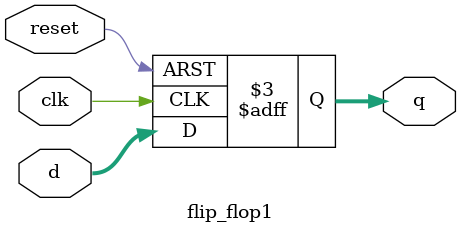
<source format=v>
module flip_flop1(
 input clk,reset, 
 input [31:0]d,
 output reg [31:0]q
 );
 
 always @(posedge clk, posedge reset)
  begin
   if(reset)
    q <= 0;
   else
    q <= d;
  end
 initial
  q = 32'd0;

endmodule

</source>
